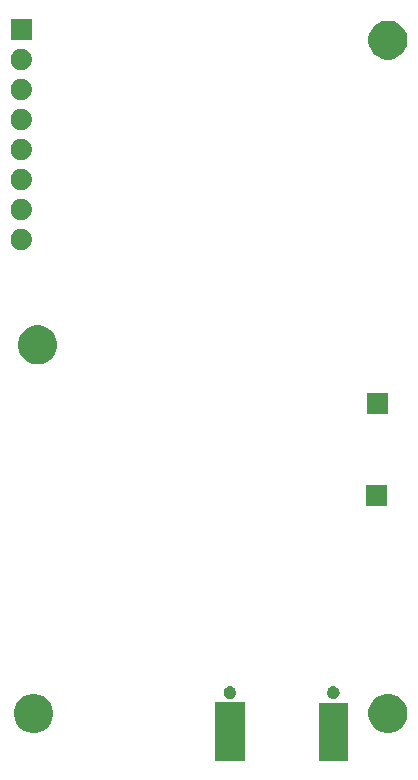
<source format=gbs>
G04 #@! TF.GenerationSoftware,KiCad,Pcbnew,5.1.5-52549c5~84~ubuntu19.10.1*
G04 #@! TF.CreationDate,2019-12-20T00:40:46-05:00*
G04 #@! TF.ProjectId,test-mixer,74657374-2d6d-4697-9865-722e6b696361,rev?*
G04 #@! TF.SameCoordinates,Original*
G04 #@! TF.FileFunction,Soldermask,Bot*
G04 #@! TF.FilePolarity,Negative*
%FSLAX46Y46*%
G04 Gerber Fmt 4.6, Leading zero omitted, Abs format (unit mm)*
G04 Created by KiCad (PCBNEW 5.1.5-52549c5~84~ubuntu19.10.1) date 2019-12-20 00:40:46*
%MOMM*%
%LPD*%
G04 APERTURE LIST*
%ADD10C,0.100000*%
G04 APERTURE END LIST*
D10*
G36*
X47638800Y-141015800D02*
G01*
X45124200Y-141015800D01*
X45124200Y-136084200D01*
X47638800Y-136084200D01*
X47638800Y-141015800D01*
G37*
G36*
X38875800Y-141000800D02*
G01*
X36361200Y-141000800D01*
X36361200Y-136069200D01*
X38875800Y-136069200D01*
X38875800Y-141000800D01*
G37*
G36*
X51481521Y-135412639D02*
G01*
X51781947Y-135537080D01*
X52052324Y-135717740D01*
X52282260Y-135947676D01*
X52462920Y-136218053D01*
X52587361Y-136518479D01*
X52650800Y-136837410D01*
X52650800Y-137162590D01*
X52587361Y-137481521D01*
X52462920Y-137781947D01*
X52282260Y-138052324D01*
X52052324Y-138282260D01*
X51781947Y-138462920D01*
X51481521Y-138587361D01*
X51162590Y-138650800D01*
X50837410Y-138650800D01*
X50518479Y-138587361D01*
X50218053Y-138462920D01*
X49947676Y-138282260D01*
X49717740Y-138052324D01*
X49537080Y-137781947D01*
X49412639Y-137481521D01*
X49349200Y-137162590D01*
X49349200Y-136837410D01*
X49412639Y-136518479D01*
X49537080Y-136218053D01*
X49717740Y-135947676D01*
X49947676Y-135717740D01*
X50218053Y-135537080D01*
X50518479Y-135412639D01*
X50837410Y-135349200D01*
X51162590Y-135349200D01*
X51481521Y-135412639D01*
G37*
G36*
X21481521Y-135412639D02*
G01*
X21781947Y-135537080D01*
X22052324Y-135717740D01*
X22282260Y-135947676D01*
X22462920Y-136218053D01*
X22587361Y-136518479D01*
X22650800Y-136837410D01*
X22650800Y-137162590D01*
X22587361Y-137481521D01*
X22462920Y-137781947D01*
X22282260Y-138052324D01*
X22052324Y-138282260D01*
X21781947Y-138462920D01*
X21481521Y-138587361D01*
X21162590Y-138650800D01*
X20837410Y-138650800D01*
X20518479Y-138587361D01*
X20218053Y-138462920D01*
X19947676Y-138282260D01*
X19717740Y-138052324D01*
X19537080Y-137781947D01*
X19412639Y-137481521D01*
X19349200Y-137162590D01*
X19349200Y-136837410D01*
X19412639Y-136518479D01*
X19537080Y-136218053D01*
X19717740Y-135947676D01*
X19947676Y-135717740D01*
X20218053Y-135537080D01*
X20518479Y-135412639D01*
X20837410Y-135349200D01*
X21162590Y-135349200D01*
X21481521Y-135412639D01*
G37*
G36*
X46537088Y-134718098D02*
G01*
X46634157Y-134758305D01*
X46634160Y-134758307D01*
X46721523Y-134816681D01*
X46795819Y-134890977D01*
X46854193Y-134978340D01*
X46854195Y-134978343D01*
X46894402Y-135075412D01*
X46914900Y-135178464D01*
X46914900Y-135283536D01*
X46894402Y-135386588D01*
X46854195Y-135483657D01*
X46854193Y-135483660D01*
X46795819Y-135571023D01*
X46721523Y-135645319D01*
X46634160Y-135703693D01*
X46634157Y-135703695D01*
X46537088Y-135743902D01*
X46434036Y-135764400D01*
X46328964Y-135764400D01*
X46225912Y-135743902D01*
X46128843Y-135703695D01*
X46128840Y-135703693D01*
X46041477Y-135645319D01*
X45967181Y-135571023D01*
X45908807Y-135483660D01*
X45908805Y-135483657D01*
X45868598Y-135386588D01*
X45848100Y-135283536D01*
X45848100Y-135178464D01*
X45868598Y-135075412D01*
X45908805Y-134978343D01*
X45908807Y-134978340D01*
X45967181Y-134890977D01*
X46041477Y-134816681D01*
X46128840Y-134758307D01*
X46128843Y-134758305D01*
X46225912Y-134718098D01*
X46328964Y-134697600D01*
X46434036Y-134697600D01*
X46537088Y-134718098D01*
G37*
G36*
X37774088Y-134718098D02*
G01*
X37871157Y-134758305D01*
X37871160Y-134758307D01*
X37958523Y-134816681D01*
X38032819Y-134890977D01*
X38091193Y-134978340D01*
X38091195Y-134978343D01*
X38131402Y-135075412D01*
X38151900Y-135178464D01*
X38151900Y-135283536D01*
X38131402Y-135386588D01*
X38091195Y-135483657D01*
X38091193Y-135483660D01*
X38032819Y-135571023D01*
X37958523Y-135645319D01*
X37871160Y-135703693D01*
X37871157Y-135703695D01*
X37774088Y-135743902D01*
X37671036Y-135764400D01*
X37565964Y-135764400D01*
X37462912Y-135743902D01*
X37365843Y-135703695D01*
X37365840Y-135703693D01*
X37278477Y-135645319D01*
X37204181Y-135571023D01*
X37145807Y-135483660D01*
X37145805Y-135483657D01*
X37105598Y-135386588D01*
X37085100Y-135283536D01*
X37085100Y-135178464D01*
X37105598Y-135075412D01*
X37145805Y-134978343D01*
X37145807Y-134978340D01*
X37204181Y-134890977D01*
X37278477Y-134816681D01*
X37365840Y-134758307D01*
X37365843Y-134758305D01*
X37462912Y-134718098D01*
X37565964Y-134697600D01*
X37671036Y-134697600D01*
X37774088Y-134718098D01*
G37*
G36*
X50950800Y-119450800D02*
G01*
X49149200Y-119450800D01*
X49149200Y-117649200D01*
X50950800Y-117649200D01*
X50950800Y-119450800D01*
G37*
G36*
X51000800Y-111650800D02*
G01*
X49199200Y-111650800D01*
X49199200Y-109849200D01*
X51000800Y-109849200D01*
X51000800Y-111650800D01*
G37*
G36*
X21831521Y-104212639D02*
G01*
X22131947Y-104337080D01*
X22402324Y-104517740D01*
X22632260Y-104747676D01*
X22812920Y-105018053D01*
X22937361Y-105318479D01*
X23000800Y-105637410D01*
X23000800Y-105962590D01*
X22937361Y-106281521D01*
X22812920Y-106581947D01*
X22632260Y-106852324D01*
X22402324Y-107082260D01*
X22131947Y-107262920D01*
X21831521Y-107387361D01*
X21512590Y-107450800D01*
X21187410Y-107450800D01*
X20868479Y-107387361D01*
X20568053Y-107262920D01*
X20297676Y-107082260D01*
X20067740Y-106852324D01*
X19887080Y-106581947D01*
X19762639Y-106281521D01*
X19699200Y-105962590D01*
X19699200Y-105637410D01*
X19762639Y-105318479D01*
X19887080Y-105018053D01*
X20067740Y-104747676D01*
X20297676Y-104517740D01*
X20568053Y-104337080D01*
X20868479Y-104212639D01*
X21187410Y-104149200D01*
X21512590Y-104149200D01*
X21831521Y-104212639D01*
G37*
G36*
X20212754Y-96013817D02*
G01*
X20376689Y-96081721D01*
X20524227Y-96180303D01*
X20649697Y-96305773D01*
X20748279Y-96453311D01*
X20816183Y-96617246D01*
X20850800Y-96791279D01*
X20850800Y-96968721D01*
X20816183Y-97142754D01*
X20748279Y-97306689D01*
X20649697Y-97454227D01*
X20524227Y-97579697D01*
X20376689Y-97678279D01*
X20212754Y-97746183D01*
X20038721Y-97780800D01*
X19861279Y-97780800D01*
X19687246Y-97746183D01*
X19523311Y-97678279D01*
X19375773Y-97579697D01*
X19250303Y-97454227D01*
X19151721Y-97306689D01*
X19083817Y-97142754D01*
X19049200Y-96968721D01*
X19049200Y-96791279D01*
X19083817Y-96617246D01*
X19151721Y-96453311D01*
X19250303Y-96305773D01*
X19375773Y-96180303D01*
X19523311Y-96081721D01*
X19687246Y-96013817D01*
X19861279Y-95979200D01*
X20038721Y-95979200D01*
X20212754Y-96013817D01*
G37*
G36*
X20212754Y-93473817D02*
G01*
X20376689Y-93541721D01*
X20524227Y-93640303D01*
X20649697Y-93765773D01*
X20748279Y-93913311D01*
X20816183Y-94077246D01*
X20850800Y-94251279D01*
X20850800Y-94428721D01*
X20816183Y-94602754D01*
X20748279Y-94766689D01*
X20649697Y-94914227D01*
X20524227Y-95039697D01*
X20376689Y-95138279D01*
X20212754Y-95206183D01*
X20038721Y-95240800D01*
X19861279Y-95240800D01*
X19687246Y-95206183D01*
X19523311Y-95138279D01*
X19375773Y-95039697D01*
X19250303Y-94914227D01*
X19151721Y-94766689D01*
X19083817Y-94602754D01*
X19049200Y-94428721D01*
X19049200Y-94251279D01*
X19083817Y-94077246D01*
X19151721Y-93913311D01*
X19250303Y-93765773D01*
X19375773Y-93640303D01*
X19523311Y-93541721D01*
X19687246Y-93473817D01*
X19861279Y-93439200D01*
X20038721Y-93439200D01*
X20212754Y-93473817D01*
G37*
G36*
X20212754Y-90933817D02*
G01*
X20376689Y-91001721D01*
X20524227Y-91100303D01*
X20649697Y-91225773D01*
X20748279Y-91373311D01*
X20816183Y-91537246D01*
X20850800Y-91711279D01*
X20850800Y-91888721D01*
X20816183Y-92062754D01*
X20748279Y-92226689D01*
X20649697Y-92374227D01*
X20524227Y-92499697D01*
X20376689Y-92598279D01*
X20212754Y-92666183D01*
X20038721Y-92700800D01*
X19861279Y-92700800D01*
X19687246Y-92666183D01*
X19523311Y-92598279D01*
X19375773Y-92499697D01*
X19250303Y-92374227D01*
X19151721Y-92226689D01*
X19083817Y-92062754D01*
X19049200Y-91888721D01*
X19049200Y-91711279D01*
X19083817Y-91537246D01*
X19151721Y-91373311D01*
X19250303Y-91225773D01*
X19375773Y-91100303D01*
X19523311Y-91001721D01*
X19687246Y-90933817D01*
X19861279Y-90899200D01*
X20038721Y-90899200D01*
X20212754Y-90933817D01*
G37*
G36*
X20212754Y-88393817D02*
G01*
X20376689Y-88461721D01*
X20524227Y-88560303D01*
X20649697Y-88685773D01*
X20748279Y-88833311D01*
X20816183Y-88997246D01*
X20850800Y-89171279D01*
X20850800Y-89348721D01*
X20816183Y-89522754D01*
X20748279Y-89686689D01*
X20649697Y-89834227D01*
X20524227Y-89959697D01*
X20376689Y-90058279D01*
X20212754Y-90126183D01*
X20038721Y-90160800D01*
X19861279Y-90160800D01*
X19687246Y-90126183D01*
X19523311Y-90058279D01*
X19375773Y-89959697D01*
X19250303Y-89834227D01*
X19151721Y-89686689D01*
X19083817Y-89522754D01*
X19049200Y-89348721D01*
X19049200Y-89171279D01*
X19083817Y-88997246D01*
X19151721Y-88833311D01*
X19250303Y-88685773D01*
X19375773Y-88560303D01*
X19523311Y-88461721D01*
X19687246Y-88393817D01*
X19861279Y-88359200D01*
X20038721Y-88359200D01*
X20212754Y-88393817D01*
G37*
G36*
X20212754Y-85853817D02*
G01*
X20376689Y-85921721D01*
X20524227Y-86020303D01*
X20649697Y-86145773D01*
X20748279Y-86293311D01*
X20816183Y-86457246D01*
X20850800Y-86631279D01*
X20850800Y-86808721D01*
X20816183Y-86982754D01*
X20748279Y-87146689D01*
X20649697Y-87294227D01*
X20524227Y-87419697D01*
X20376689Y-87518279D01*
X20212754Y-87586183D01*
X20038721Y-87620800D01*
X19861279Y-87620800D01*
X19687246Y-87586183D01*
X19523311Y-87518279D01*
X19375773Y-87419697D01*
X19250303Y-87294227D01*
X19151721Y-87146689D01*
X19083817Y-86982754D01*
X19049200Y-86808721D01*
X19049200Y-86631279D01*
X19083817Y-86457246D01*
X19151721Y-86293311D01*
X19250303Y-86145773D01*
X19375773Y-86020303D01*
X19523311Y-85921721D01*
X19687246Y-85853817D01*
X19861279Y-85819200D01*
X20038721Y-85819200D01*
X20212754Y-85853817D01*
G37*
G36*
X20212754Y-83313817D02*
G01*
X20376689Y-83381721D01*
X20524227Y-83480303D01*
X20649697Y-83605773D01*
X20748279Y-83753311D01*
X20816183Y-83917246D01*
X20850800Y-84091279D01*
X20850800Y-84268721D01*
X20816183Y-84442754D01*
X20748279Y-84606689D01*
X20649697Y-84754227D01*
X20524227Y-84879697D01*
X20376689Y-84978279D01*
X20212754Y-85046183D01*
X20038721Y-85080800D01*
X19861279Y-85080800D01*
X19687246Y-85046183D01*
X19523311Y-84978279D01*
X19375773Y-84879697D01*
X19250303Y-84754227D01*
X19151721Y-84606689D01*
X19083817Y-84442754D01*
X19049200Y-84268721D01*
X19049200Y-84091279D01*
X19083817Y-83917246D01*
X19151721Y-83753311D01*
X19250303Y-83605773D01*
X19375773Y-83480303D01*
X19523311Y-83381721D01*
X19687246Y-83313817D01*
X19861279Y-83279200D01*
X20038721Y-83279200D01*
X20212754Y-83313817D01*
G37*
G36*
X20212754Y-80773817D02*
G01*
X20376689Y-80841721D01*
X20524227Y-80940303D01*
X20649697Y-81065773D01*
X20748279Y-81213311D01*
X20816183Y-81377246D01*
X20850800Y-81551279D01*
X20850800Y-81728721D01*
X20816183Y-81902754D01*
X20748279Y-82066689D01*
X20649697Y-82214227D01*
X20524227Y-82339697D01*
X20376689Y-82438279D01*
X20212754Y-82506183D01*
X20038721Y-82540800D01*
X19861279Y-82540800D01*
X19687246Y-82506183D01*
X19523311Y-82438279D01*
X19375773Y-82339697D01*
X19250303Y-82214227D01*
X19151721Y-82066689D01*
X19083817Y-81902754D01*
X19049200Y-81728721D01*
X19049200Y-81551279D01*
X19083817Y-81377246D01*
X19151721Y-81213311D01*
X19250303Y-81065773D01*
X19375773Y-80940303D01*
X19523311Y-80841721D01*
X19687246Y-80773817D01*
X19861279Y-80739200D01*
X20038721Y-80739200D01*
X20212754Y-80773817D01*
G37*
G36*
X51481521Y-78412639D02*
G01*
X51781947Y-78537080D01*
X52052324Y-78717740D01*
X52282260Y-78947676D01*
X52462920Y-79218053D01*
X52587361Y-79518479D01*
X52650800Y-79837410D01*
X52650800Y-80162590D01*
X52587361Y-80481521D01*
X52462920Y-80781947D01*
X52282260Y-81052324D01*
X52052324Y-81282260D01*
X51781947Y-81462920D01*
X51481521Y-81587361D01*
X51162590Y-81650800D01*
X50837410Y-81650800D01*
X50518479Y-81587361D01*
X50218053Y-81462920D01*
X49947676Y-81282260D01*
X49717740Y-81052324D01*
X49537080Y-80781947D01*
X49412639Y-80481521D01*
X49349200Y-80162590D01*
X49349200Y-79837410D01*
X49412639Y-79518479D01*
X49537080Y-79218053D01*
X49717740Y-78947676D01*
X49947676Y-78717740D01*
X50218053Y-78537080D01*
X50518479Y-78412639D01*
X50837410Y-78349200D01*
X51162590Y-78349200D01*
X51481521Y-78412639D01*
G37*
G36*
X20850800Y-80000800D02*
G01*
X19049200Y-80000800D01*
X19049200Y-78199200D01*
X20850800Y-78199200D01*
X20850800Y-80000800D01*
G37*
M02*

</source>
